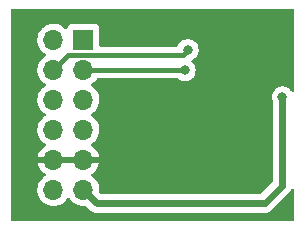
<source format=gbl>
%TF.GenerationSoftware,KiCad,Pcbnew,(6.0.5)*%
%TF.CreationDate,2024-07-06T21:03:59+02:00*%
%TF.ProjectId,pmod_mem_2v0,706d6f64-5f6d-4656-9d5f-3276302e6b69,rev?*%
%TF.SameCoordinates,Original*%
%TF.FileFunction,Copper,L2,Bot*%
%TF.FilePolarity,Positive*%
%FSLAX46Y46*%
G04 Gerber Fmt 4.6, Leading zero omitted, Abs format (unit mm)*
G04 Created by KiCad (PCBNEW (6.0.5)) date 2024-07-06 21:03:59*
%MOMM*%
%LPD*%
G01*
G04 APERTURE LIST*
%TA.AperFunction,ComponentPad*%
%ADD10R,1.700000X1.700000*%
%TD*%
%TA.AperFunction,ComponentPad*%
%ADD11O,1.700000X1.700000*%
%TD*%
%TA.AperFunction,ViaPad*%
%ADD12C,0.800000*%
%TD*%
%TA.AperFunction,Conductor*%
%ADD13C,0.400000*%
%TD*%
%TA.AperFunction,Conductor*%
%ADD14C,0.600000*%
%TD*%
G04 APERTURE END LIST*
D10*
%TO.P,PMOD1,1,IOA0*%
%TO.N,/PM_MISO*%
X144650000Y-94650000D03*
D11*
%TO.P,PMOD1,2,IOA1*%
%TO.N,/PM_MOSI*%
X144650000Y-97190000D03*
%TO.P,PMOD1,3,IOA2*%
%TO.N,/AT_SCK*%
X144650000Y-99730000D03*
%TO.P,PMOD1,4,IOA3*%
%TO.N,/AT_MISO*%
X144650000Y-102270000D03*
%TO.P,PMOD1,5,GND*%
%TO.N,GND*%
X144650000Y-104810000D03*
%TO.P,PMOD1,6,VCC*%
%TO.N,+3V3*%
X144650000Y-107350000D03*
%TO.P,PMOD1,7,IOB0*%
%TO.N,/PM_NCS*%
X142110000Y-94650000D03*
%TO.P,PMOD1,8,IOB1*%
%TO.N,/PM_SCK*%
X142110000Y-97190000D03*
%TO.P,PMOD1,9,IOB2*%
%TO.N,/AT_MOSI*%
X142110000Y-99730000D03*
%TO.P,PMOD1,10,IOB3*%
%TO.N,/AT_NCS*%
X142110000Y-102270000D03*
%TO.P,PMOD1,11,GND*%
%TO.N,GND*%
X142110000Y-104810000D03*
%TO.P,PMOD1,12,VCC*%
%TO.N,+3V3*%
X142110000Y-107350000D03*
%TD*%
D12*
%TO.N,GND*%
X148000000Y-98500000D03*
X159000000Y-102000000D03*
X158000000Y-96500000D03*
X156750000Y-106250000D03*
%TO.N,/PM_MOSI*%
X153250000Y-97250000D03*
%TO.N,/PM_SCK*%
X153500000Y-95500000D03*
%TO.N,+3V3*%
X161500000Y-99500000D03*
%TD*%
D13*
%TO.N,/PM_MOSI*%
X153190000Y-97190000D02*
X144650000Y-97190000D01*
X153250000Y-97250000D02*
X153190000Y-97190000D01*
%TO.N,/PM_SCK*%
X142110000Y-97190000D02*
X143359511Y-95940489D01*
X153059511Y-95940489D02*
X153500000Y-95500000D01*
X143359511Y-95940489D02*
X153059511Y-95940489D01*
D14*
%TO.N,+3V3*%
X145800000Y-108500000D02*
X144650000Y-107350000D01*
X160000000Y-108500000D02*
X145800000Y-108500000D01*
X161500000Y-99500000D02*
X161500000Y-107000000D01*
X161500000Y-107000000D02*
X160000000Y-108500000D01*
%TD*%
%TA.AperFunction,Conductor*%
%TO.N,GND*%
G36*
X162433621Y-92028502D02*
G01*
X162480114Y-92082158D01*
X162491500Y-92134500D01*
X162491500Y-98930091D01*
X162471498Y-98998212D01*
X162417842Y-99044705D01*
X162347568Y-99054809D01*
X162282988Y-99025315D01*
X162256381Y-98993092D01*
X162242341Y-98968774D01*
X162239040Y-98963056D01*
X162161018Y-98876403D01*
X162115675Y-98826045D01*
X162115674Y-98826044D01*
X162111253Y-98821134D01*
X161956752Y-98708882D01*
X161950724Y-98706198D01*
X161950722Y-98706197D01*
X161788319Y-98633891D01*
X161788318Y-98633891D01*
X161782288Y-98631206D01*
X161688888Y-98611353D01*
X161601944Y-98592872D01*
X161601939Y-98592872D01*
X161595487Y-98591500D01*
X161404513Y-98591500D01*
X161398061Y-98592872D01*
X161398056Y-98592872D01*
X161311112Y-98611353D01*
X161217712Y-98631206D01*
X161211682Y-98633891D01*
X161211681Y-98633891D01*
X161049278Y-98706197D01*
X161049276Y-98706198D01*
X161043248Y-98708882D01*
X160888747Y-98821134D01*
X160884326Y-98826044D01*
X160884325Y-98826045D01*
X160838983Y-98876403D01*
X160760960Y-98963056D01*
X160665473Y-99128444D01*
X160606458Y-99310072D01*
X160586496Y-99500000D01*
X160606458Y-99689928D01*
X160665473Y-99871556D01*
X160674620Y-99887398D01*
X160691500Y-99950397D01*
X160691500Y-106612919D01*
X160671498Y-106681040D01*
X160654599Y-106702010D01*
X159702011Y-107654597D01*
X159639701Y-107688621D01*
X159612918Y-107691500D01*
X146187082Y-107691500D01*
X146118961Y-107671498D01*
X146097987Y-107654595D01*
X146037836Y-107594444D01*
X146003810Y-107532132D01*
X146002009Y-107488903D01*
X146011092Y-107419911D01*
X146011092Y-107419907D01*
X146011529Y-107416590D01*
X146012988Y-107356867D01*
X146013074Y-107353365D01*
X146013074Y-107353361D01*
X146013156Y-107350000D01*
X145994852Y-107127361D01*
X145940431Y-106910702D01*
X145851354Y-106705840D01*
X145730014Y-106518277D01*
X145579670Y-106353051D01*
X145575619Y-106349852D01*
X145575615Y-106349848D01*
X145408414Y-106217800D01*
X145408410Y-106217798D01*
X145404359Y-106214598D01*
X145362569Y-106191529D01*
X145312598Y-106141097D01*
X145297826Y-106071654D01*
X145322942Y-106005248D01*
X145350294Y-105978641D01*
X145525328Y-105853792D01*
X145533200Y-105847139D01*
X145684052Y-105696812D01*
X145690730Y-105688965D01*
X145815003Y-105516020D01*
X145820313Y-105507183D01*
X145914670Y-105316267D01*
X145918469Y-105306672D01*
X145980377Y-105102910D01*
X145982555Y-105092837D01*
X145983986Y-105081962D01*
X145981775Y-105067778D01*
X145968617Y-105064000D01*
X140793225Y-105064000D01*
X140779694Y-105067973D01*
X140778257Y-105077966D01*
X140808565Y-105212446D01*
X140811645Y-105222275D01*
X140891770Y-105419603D01*
X140896413Y-105428794D01*
X141007694Y-105610388D01*
X141013777Y-105618699D01*
X141153213Y-105779667D01*
X141160580Y-105786883D01*
X141324434Y-105922916D01*
X141332881Y-105928831D01*
X141401969Y-105969203D01*
X141450693Y-106020842D01*
X141463764Y-106090625D01*
X141437033Y-106156396D01*
X141396584Y-106189752D01*
X141383607Y-106196507D01*
X141379474Y-106199610D01*
X141379471Y-106199612D01*
X141355247Y-106217800D01*
X141204965Y-106330635D01*
X141050629Y-106492138D01*
X140924743Y-106676680D01*
X140830688Y-106879305D01*
X140770989Y-107094570D01*
X140747251Y-107316695D01*
X140747548Y-107321848D01*
X140747548Y-107321851D01*
X140758925Y-107519157D01*
X140760110Y-107539715D01*
X140761247Y-107544761D01*
X140761248Y-107544767D01*
X140772444Y-107594444D01*
X140809222Y-107757639D01*
X140893266Y-107964616D01*
X140944942Y-108048944D01*
X141007291Y-108150688D01*
X141009987Y-108155088D01*
X141156250Y-108323938D01*
X141328126Y-108466632D01*
X141521000Y-108579338D01*
X141729692Y-108659030D01*
X141734760Y-108660061D01*
X141734763Y-108660062D01*
X141842017Y-108681883D01*
X141948597Y-108703567D01*
X141953772Y-108703757D01*
X141953774Y-108703757D01*
X142166673Y-108711564D01*
X142166677Y-108711564D01*
X142171837Y-108711753D01*
X142176957Y-108711097D01*
X142176959Y-108711097D01*
X142388288Y-108684025D01*
X142388289Y-108684025D01*
X142393416Y-108683368D01*
X142398366Y-108681883D01*
X142602429Y-108620661D01*
X142602434Y-108620659D01*
X142607384Y-108619174D01*
X142807994Y-108520896D01*
X142989860Y-108391173D01*
X143148096Y-108233489D01*
X143207594Y-108150689D01*
X143278453Y-108052077D01*
X143279776Y-108053028D01*
X143326645Y-108009857D01*
X143396580Y-107997625D01*
X143462026Y-108025144D01*
X143489875Y-108056994D01*
X143549987Y-108155088D01*
X143696250Y-108323938D01*
X143868126Y-108466632D01*
X144061000Y-108579338D01*
X144269692Y-108659030D01*
X144274760Y-108660061D01*
X144274763Y-108660062D01*
X144382017Y-108681883D01*
X144488597Y-108703567D01*
X144493772Y-108703757D01*
X144493774Y-108703757D01*
X144706673Y-108711564D01*
X144706677Y-108711564D01*
X144711837Y-108711753D01*
X144789227Y-108701839D01*
X144859336Y-108713023D01*
X144894331Y-108737723D01*
X145221721Y-109065113D01*
X145222648Y-109066049D01*
X145285771Y-109130507D01*
X145291691Y-109134322D01*
X145291697Y-109134327D01*
X145322214Y-109153994D01*
X145332559Y-109161427D01*
X145366443Y-109188476D01*
X145372782Y-109191540D01*
X145372783Y-109191541D01*
X145396637Y-109203072D01*
X145410054Y-109210601D01*
X145438238Y-109228765D01*
X145444855Y-109231173D01*
X145444860Y-109231176D01*
X145478973Y-109243592D01*
X145490716Y-109248553D01*
X145523400Y-109264353D01*
X145523409Y-109264356D01*
X145529749Y-109267421D01*
X145536614Y-109269006D01*
X145562428Y-109274966D01*
X145577168Y-109279332D01*
X145608685Y-109290803D01*
X145615670Y-109291685D01*
X145615677Y-109291687D01*
X145651692Y-109296237D01*
X145664243Y-109298472D01*
X145706485Y-109308225D01*
X145713529Y-109308250D01*
X145713533Y-109308250D01*
X145747074Y-109308367D01*
X145747943Y-109308396D01*
X145748769Y-109308500D01*
X145785133Y-109308500D01*
X145785573Y-109308501D01*
X145884336Y-109308846D01*
X145884342Y-109308846D01*
X145887870Y-109308858D01*
X145889073Y-109308589D01*
X145890717Y-109308500D01*
X159990786Y-109308500D01*
X159992106Y-109308507D01*
X160082221Y-109309451D01*
X160124597Y-109300289D01*
X160137163Y-109298231D01*
X160180255Y-109293397D01*
X160186906Y-109291081D01*
X160186910Y-109291080D01*
X160211930Y-109282367D01*
X160226742Y-109278204D01*
X160252619Y-109272609D01*
X160259510Y-109271119D01*
X160298813Y-109252792D01*
X160310589Y-109248010D01*
X160351552Y-109233745D01*
X160357527Y-109230011D01*
X160357530Y-109230010D01*
X160379995Y-109215973D01*
X160393512Y-109208634D01*
X160417514Y-109197441D01*
X160417515Y-109197440D01*
X160423902Y-109194462D01*
X160458153Y-109167894D01*
X160468612Y-109160598D01*
X160499404Y-109141358D01*
X160499407Y-109141356D01*
X160505376Y-109137626D01*
X160534179Y-109109024D01*
X160534804Y-109108439D01*
X160535470Y-109107922D01*
X160561460Y-109081932D01*
X160634082Y-109009815D01*
X160634740Y-109008778D01*
X160635843Y-109007549D01*
X162065158Y-107578234D01*
X162066095Y-107577306D01*
X162125475Y-107519157D01*
X162125476Y-107519156D01*
X162130507Y-107514229D01*
X162153998Y-107477779D01*
X162161417Y-107467454D01*
X162188476Y-107433557D01*
X162191540Y-107427218D01*
X162191543Y-107427214D01*
X162203074Y-107403362D01*
X162210601Y-107389949D01*
X162224947Y-107367687D01*
X162224948Y-107367684D01*
X162228765Y-107361762D01*
X162231176Y-107355139D01*
X162243592Y-107321027D01*
X162248552Y-107309285D01*
X162252059Y-107302030D01*
X162299714Y-107249405D01*
X162368256Y-107230897D01*
X162435923Y-107252384D01*
X162481231Y-107307044D01*
X162491500Y-107356867D01*
X162491500Y-109865500D01*
X162471498Y-109933621D01*
X162417842Y-109980114D01*
X162365500Y-109991500D01*
X138634500Y-109991500D01*
X138566379Y-109971498D01*
X138519886Y-109917842D01*
X138508500Y-109865500D01*
X138508500Y-102236695D01*
X140747251Y-102236695D01*
X140747548Y-102241848D01*
X140747548Y-102241851D01*
X140753011Y-102336590D01*
X140760110Y-102459715D01*
X140761247Y-102464761D01*
X140761248Y-102464767D01*
X140781119Y-102552939D01*
X140809222Y-102677639D01*
X140893266Y-102884616D01*
X140944019Y-102967438D01*
X141007291Y-103070688D01*
X141009987Y-103075088D01*
X141156250Y-103243938D01*
X141328126Y-103386632D01*
X141401955Y-103429774D01*
X141450679Y-103481412D01*
X141463750Y-103551195D01*
X141437019Y-103616967D01*
X141396562Y-103650327D01*
X141388457Y-103654546D01*
X141379738Y-103660036D01*
X141209433Y-103787905D01*
X141201726Y-103794748D01*
X141054590Y-103948717D01*
X141048104Y-103956727D01*
X140928098Y-104132649D01*
X140923000Y-104141623D01*
X140833338Y-104334783D01*
X140829775Y-104344470D01*
X140774389Y-104544183D01*
X140775912Y-104552607D01*
X140788292Y-104556000D01*
X145968344Y-104556000D01*
X145981875Y-104552027D01*
X145983180Y-104542947D01*
X145941214Y-104375875D01*
X145937894Y-104366124D01*
X145852972Y-104170814D01*
X145848105Y-104161739D01*
X145732426Y-103982926D01*
X145726136Y-103974757D01*
X145582806Y-103817240D01*
X145575273Y-103810215D01*
X145408139Y-103678222D01*
X145399556Y-103672520D01*
X145362602Y-103652120D01*
X145312631Y-103601687D01*
X145297859Y-103532245D01*
X145322975Y-103465839D01*
X145350327Y-103439232D01*
X145373797Y-103422491D01*
X145529860Y-103311173D01*
X145688096Y-103153489D01*
X145747594Y-103070689D01*
X145815435Y-102976277D01*
X145818453Y-102972077D01*
X145839320Y-102929857D01*
X145915136Y-102776453D01*
X145915137Y-102776451D01*
X145917430Y-102771811D01*
X145982370Y-102558069D01*
X146011529Y-102336590D01*
X146013156Y-102270000D01*
X145994852Y-102047361D01*
X145940431Y-101830702D01*
X145851354Y-101625840D01*
X145730014Y-101438277D01*
X145579670Y-101273051D01*
X145575619Y-101269852D01*
X145575615Y-101269848D01*
X145408414Y-101137800D01*
X145408410Y-101137798D01*
X145404359Y-101134598D01*
X145363053Y-101111796D01*
X145313084Y-101061364D01*
X145298312Y-100991921D01*
X145323428Y-100925516D01*
X145350780Y-100898909D01*
X145394603Y-100867650D01*
X145529860Y-100771173D01*
X145688096Y-100613489D01*
X145747594Y-100530689D01*
X145815435Y-100436277D01*
X145818453Y-100432077D01*
X145839320Y-100389857D01*
X145915136Y-100236453D01*
X145915137Y-100236451D01*
X145917430Y-100231811D01*
X145982370Y-100018069D01*
X146011529Y-99796590D01*
X146013156Y-99730000D01*
X145994852Y-99507361D01*
X145940431Y-99290702D01*
X145851354Y-99085840D01*
X145775619Y-98968771D01*
X145732822Y-98902617D01*
X145732820Y-98902614D01*
X145730014Y-98898277D01*
X145579670Y-98733051D01*
X145575619Y-98729852D01*
X145575615Y-98729848D01*
X145408414Y-98597800D01*
X145408410Y-98597798D01*
X145404359Y-98594598D01*
X145363053Y-98571796D01*
X145313084Y-98521364D01*
X145298312Y-98451921D01*
X145323428Y-98385516D01*
X145350780Y-98358909D01*
X145394603Y-98327650D01*
X145529860Y-98231173D01*
X145688096Y-98073489D01*
X145691112Y-98069292D01*
X145776132Y-97950974D01*
X145832127Y-97907326D01*
X145878455Y-97898500D01*
X152557687Y-97898500D01*
X152625808Y-97918502D01*
X152637351Y-97927316D01*
X152638747Y-97928866D01*
X152793248Y-98041118D01*
X152799276Y-98043802D01*
X152799278Y-98043803D01*
X152874148Y-98077137D01*
X152967712Y-98118794D01*
X153061112Y-98138647D01*
X153148056Y-98157128D01*
X153148061Y-98157128D01*
X153154513Y-98158500D01*
X153345487Y-98158500D01*
X153351939Y-98157128D01*
X153351944Y-98157128D01*
X153438888Y-98138647D01*
X153532288Y-98118794D01*
X153625852Y-98077137D01*
X153700722Y-98043803D01*
X153700724Y-98043802D01*
X153706752Y-98041118D01*
X153861253Y-97928866D01*
X153894378Y-97892077D01*
X153984621Y-97791852D01*
X153984622Y-97791851D01*
X153989040Y-97786944D01*
X154084527Y-97621556D01*
X154143542Y-97439928D01*
X154163504Y-97250000D01*
X154143542Y-97060072D01*
X154084527Y-96878444D01*
X153989040Y-96713056D01*
X153861253Y-96571134D01*
X153835129Y-96552154D01*
X153791775Y-96495932D01*
X153785699Y-96425196D01*
X153818831Y-96362404D01*
X153857942Y-96335111D01*
X153950719Y-96293805D01*
X153950726Y-96293801D01*
X153956752Y-96291118D01*
X154111253Y-96178866D01*
X154239040Y-96036944D01*
X154334527Y-95871556D01*
X154393542Y-95689928D01*
X154400889Y-95620031D01*
X154412814Y-95506565D01*
X154413504Y-95500000D01*
X154393542Y-95310072D01*
X154334527Y-95128444D01*
X154239040Y-94963056D01*
X154127984Y-94839715D01*
X154115675Y-94826045D01*
X154115674Y-94826044D01*
X154111253Y-94821134D01*
X153956752Y-94708882D01*
X153950724Y-94706198D01*
X153950722Y-94706197D01*
X153788319Y-94633891D01*
X153788318Y-94633891D01*
X153782288Y-94631206D01*
X153688888Y-94611353D01*
X153601944Y-94592872D01*
X153601939Y-94592872D01*
X153595487Y-94591500D01*
X153404513Y-94591500D01*
X153398061Y-94592872D01*
X153398056Y-94592872D01*
X153311113Y-94611353D01*
X153217712Y-94631206D01*
X153211682Y-94633891D01*
X153211681Y-94633891D01*
X153049278Y-94706197D01*
X153049276Y-94706198D01*
X153043248Y-94708882D01*
X152888747Y-94821134D01*
X152884326Y-94826044D01*
X152884325Y-94826045D01*
X152872017Y-94839715D01*
X152760960Y-94963056D01*
X152665473Y-95128444D01*
X152663431Y-95134729D01*
X152660118Y-95144925D01*
X152620045Y-95203531D01*
X152554648Y-95231168D01*
X152540285Y-95231989D01*
X146134500Y-95231989D01*
X146066379Y-95211987D01*
X146019886Y-95158331D01*
X146008500Y-95105989D01*
X146008500Y-93751866D01*
X146001745Y-93689684D01*
X145950615Y-93553295D01*
X145863261Y-93436739D01*
X145746705Y-93349385D01*
X145610316Y-93298255D01*
X145548134Y-93291500D01*
X143751866Y-93291500D01*
X143689684Y-93298255D01*
X143553295Y-93349385D01*
X143436739Y-93436739D01*
X143349385Y-93553295D01*
X143346233Y-93561703D01*
X143304919Y-93671907D01*
X143262277Y-93728671D01*
X143195716Y-93753371D01*
X143126367Y-93738163D01*
X143093743Y-93712476D01*
X143043151Y-93656875D01*
X143043142Y-93656866D01*
X143039670Y-93653051D01*
X143035619Y-93649852D01*
X143035615Y-93649848D01*
X142868414Y-93517800D01*
X142868410Y-93517798D01*
X142864359Y-93514598D01*
X142668789Y-93406638D01*
X142663920Y-93404914D01*
X142663916Y-93404912D01*
X142463087Y-93333795D01*
X142463083Y-93333794D01*
X142458212Y-93332069D01*
X142453119Y-93331162D01*
X142453116Y-93331161D01*
X142243373Y-93293800D01*
X142243367Y-93293799D01*
X142238284Y-93292894D01*
X142164452Y-93291992D01*
X142020081Y-93290228D01*
X142020079Y-93290228D01*
X142014911Y-93290165D01*
X141794091Y-93323955D01*
X141581756Y-93393357D01*
X141383607Y-93496507D01*
X141379474Y-93499610D01*
X141379471Y-93499612D01*
X141209100Y-93627530D01*
X141204965Y-93630635D01*
X141165525Y-93671907D01*
X141111280Y-93728671D01*
X141050629Y-93792138D01*
X140924743Y-93976680D01*
X140830688Y-94179305D01*
X140770989Y-94394570D01*
X140747251Y-94616695D01*
X140747548Y-94621848D01*
X140747548Y-94621851D01*
X140752566Y-94708882D01*
X140760110Y-94839715D01*
X140761247Y-94844761D01*
X140761248Y-94844767D01*
X140785304Y-94951508D01*
X140809222Y-95057639D01*
X140893266Y-95264616D01*
X141009987Y-95455088D01*
X141156250Y-95623938D01*
X141328126Y-95766632D01*
X141398595Y-95807811D01*
X141401445Y-95809476D01*
X141450169Y-95861114D01*
X141463240Y-95930897D01*
X141436509Y-95996669D01*
X141396055Y-96030027D01*
X141383607Y-96036507D01*
X141379474Y-96039610D01*
X141379471Y-96039612D01*
X141376488Y-96041852D01*
X141204965Y-96170635D01*
X141050629Y-96332138D01*
X140924743Y-96516680D01*
X140897187Y-96576045D01*
X140833589Y-96713056D01*
X140830688Y-96719305D01*
X140770989Y-96934570D01*
X140747251Y-97156695D01*
X140760110Y-97379715D01*
X140761247Y-97384761D01*
X140761248Y-97384767D01*
X140785304Y-97491508D01*
X140809222Y-97597639D01*
X140893266Y-97804616D01*
X140944942Y-97888944D01*
X141007291Y-97990688D01*
X141009987Y-97995088D01*
X141156250Y-98163938D01*
X141328126Y-98306632D01*
X141398595Y-98347811D01*
X141401445Y-98349476D01*
X141450169Y-98401114D01*
X141463240Y-98470897D01*
X141436509Y-98536669D01*
X141396055Y-98570027D01*
X141383607Y-98576507D01*
X141379474Y-98579610D01*
X141379471Y-98579612D01*
X141209100Y-98707530D01*
X141204965Y-98710635D01*
X141201393Y-98714373D01*
X141094677Y-98826045D01*
X141050629Y-98872138D01*
X140924743Y-99056680D01*
X140830688Y-99259305D01*
X140770989Y-99474570D01*
X140747251Y-99696695D01*
X140747548Y-99701848D01*
X140747548Y-99701851D01*
X140759812Y-99914547D01*
X140760110Y-99919715D01*
X140761247Y-99924761D01*
X140761248Y-99924767D01*
X140781119Y-100012939D01*
X140809222Y-100137639D01*
X140893266Y-100344616D01*
X140944019Y-100427438D01*
X141007291Y-100530688D01*
X141009987Y-100535088D01*
X141156250Y-100703938D01*
X141328126Y-100846632D01*
X141398595Y-100887811D01*
X141401445Y-100889476D01*
X141450169Y-100941114D01*
X141463240Y-101010897D01*
X141436509Y-101076669D01*
X141396055Y-101110027D01*
X141383607Y-101116507D01*
X141379474Y-101119610D01*
X141379471Y-101119612D01*
X141355247Y-101137800D01*
X141204965Y-101250635D01*
X141050629Y-101412138D01*
X140924743Y-101596680D01*
X140830688Y-101799305D01*
X140770989Y-102014570D01*
X140747251Y-102236695D01*
X138508500Y-102236695D01*
X138508500Y-92134500D01*
X138528502Y-92066379D01*
X138582158Y-92019886D01*
X138634500Y-92008500D01*
X162365500Y-92008500D01*
X162433621Y-92028502D01*
G37*
%TD.AperFunction*%
%TD*%
M02*

</source>
